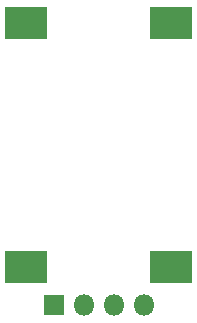
<source format=gbr>
%TF.GenerationSoftware,KiCad,Pcbnew,(5.1.6)-1*%
%TF.CreationDate,2022-09-21T14:30:55-04:00*%
%TF.ProjectId,EXT_BATT_4.5,4558545f-4241-4545-945f-342e352e6b69,rev?*%
%TF.SameCoordinates,Original*%
%TF.FileFunction,Soldermask,Bot*%
%TF.FilePolarity,Negative*%
%FSLAX46Y46*%
G04 Gerber Fmt 4.6, Leading zero omitted, Abs format (unit mm)*
G04 Created by KiCad (PCBNEW (5.1.6)-1) date 2022-09-21 14:30:55*
%MOMM*%
%LPD*%
G01*
G04 APERTURE LIST*
%ADD10R,3.600000X2.700000*%
%ADD11R,1.800000X1.800000*%
%ADD12O,1.800000X1.800000*%
G04 APERTURE END LIST*
D10*
%TO.C,BT2*%
X123100000Y-77950000D03*
X123100000Y-98650000D03*
%TD*%
%TO.C,BT3*%
X135400000Y-77950000D03*
X135400000Y-98650000D03*
%TD*%
D11*
%TO.C,J1*%
X125500000Y-101800000D03*
D12*
X128040000Y-101800000D03*
X130580000Y-101800000D03*
X133120000Y-101800000D03*
%TD*%
M02*

</source>
